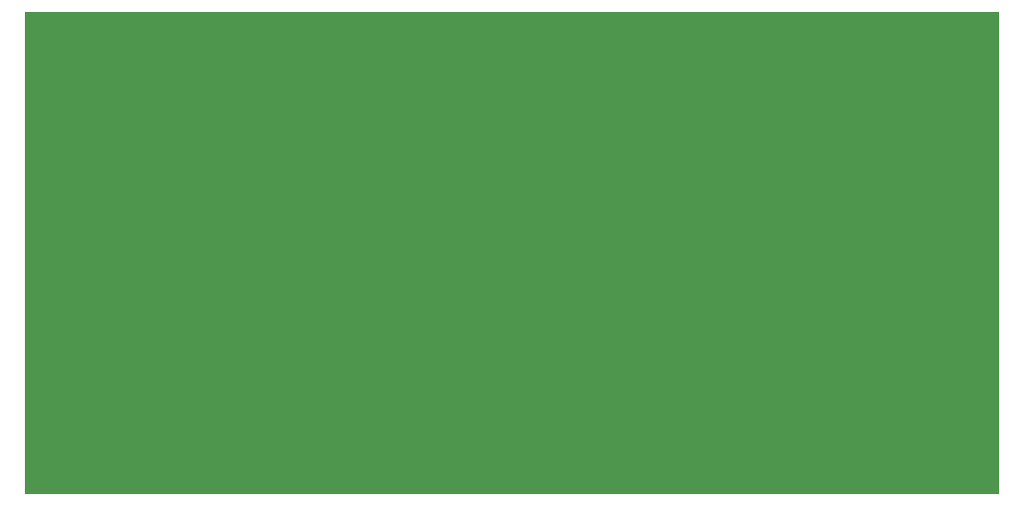
<source format=gbr>
G04 ===== Begin FILE IDENTIFICATION =====*
G04 File Format:  Gerber RS274X*
G04 ===== End FILE IDENTIFICATION =====*
%FSLAX24Y24*%
%MOMM*%
%SFA1.0000B1.0000*%
%OFA0.0B0.0*%
%ADD14R,82.889100X41.000000*%
%LNbound*%
%IPPOS*%
%LPD*%
G75*
D14*
X151646Y125000D03*
M02*


</source>
